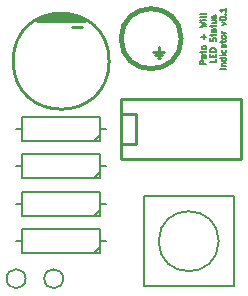
<source format=gto>
G04 (created by PCBNEW (2013-mar-25)-stable) date Monday, September 30, 2013 02:43:07 PM*
%MOIN*%
G04 Gerber Fmt 3.4, Leading zero omitted, Abs format*
%FSLAX34Y34*%
G01*
G70*
G90*
G04 APERTURE LIST*
%ADD10C,0.006*%
%ADD11C,0.005*%
%ADD12C,0.00984252*%
%ADD13C,0.008*%
%ADD14C,0.015*%
%ADD15C,0.01*%
G04 APERTURE END LIST*
G54D10*
G54D11*
X55580Y-21833D02*
X55380Y-21833D01*
X55380Y-21757D01*
X55390Y-21738D01*
X55400Y-21728D01*
X55419Y-21719D01*
X55447Y-21719D01*
X55466Y-21728D01*
X55476Y-21738D01*
X55485Y-21757D01*
X55485Y-21833D01*
X55580Y-21547D02*
X55476Y-21547D01*
X55457Y-21557D01*
X55447Y-21576D01*
X55447Y-21614D01*
X55457Y-21633D01*
X55571Y-21547D02*
X55580Y-21566D01*
X55580Y-21614D01*
X55571Y-21633D01*
X55552Y-21642D01*
X55533Y-21642D01*
X55514Y-21633D01*
X55504Y-21614D01*
X55504Y-21566D01*
X55495Y-21547D01*
X55447Y-21480D02*
X55447Y-21404D01*
X55380Y-21452D02*
X55552Y-21452D01*
X55571Y-21442D01*
X55580Y-21423D01*
X55580Y-21404D01*
X55580Y-21309D02*
X55571Y-21328D01*
X55561Y-21338D01*
X55542Y-21347D01*
X55485Y-21347D01*
X55466Y-21338D01*
X55457Y-21328D01*
X55447Y-21309D01*
X55447Y-21280D01*
X55457Y-21261D01*
X55466Y-21252D01*
X55485Y-21242D01*
X55542Y-21242D01*
X55561Y-21252D01*
X55571Y-21261D01*
X55580Y-21280D01*
X55580Y-21309D01*
X55504Y-21004D02*
X55504Y-20852D01*
X55580Y-20928D02*
X55428Y-20928D01*
X55380Y-20623D02*
X55580Y-20576D01*
X55438Y-20538D01*
X55580Y-20499D01*
X55380Y-20452D01*
X55580Y-20376D02*
X55447Y-20376D01*
X55380Y-20376D02*
X55390Y-20385D01*
X55400Y-20376D01*
X55390Y-20366D01*
X55380Y-20376D01*
X55400Y-20376D01*
X55580Y-20252D02*
X55571Y-20271D01*
X55552Y-20280D01*
X55380Y-20280D01*
X55580Y-20147D02*
X55571Y-20166D01*
X55552Y-20176D01*
X55380Y-20176D01*
X55910Y-21676D02*
X55910Y-21771D01*
X55710Y-21771D01*
X55806Y-21609D02*
X55806Y-21542D01*
X55910Y-21514D02*
X55910Y-21609D01*
X55710Y-21609D01*
X55710Y-21514D01*
X55910Y-21428D02*
X55710Y-21428D01*
X55710Y-21380D01*
X55720Y-21352D01*
X55739Y-21333D01*
X55758Y-21323D01*
X55796Y-21314D01*
X55825Y-21314D01*
X55863Y-21323D01*
X55882Y-21333D01*
X55901Y-21352D01*
X55910Y-21380D01*
X55910Y-21428D01*
X55901Y-21085D02*
X55910Y-21057D01*
X55910Y-21009D01*
X55901Y-20990D01*
X55891Y-20980D01*
X55872Y-20971D01*
X55853Y-20971D01*
X55834Y-20980D01*
X55825Y-20990D01*
X55815Y-21009D01*
X55806Y-21047D01*
X55796Y-21066D01*
X55787Y-21076D01*
X55768Y-21085D01*
X55749Y-21085D01*
X55730Y-21076D01*
X55720Y-21066D01*
X55710Y-21047D01*
X55710Y-21000D01*
X55720Y-20971D01*
X55777Y-20914D02*
X55777Y-20838D01*
X55710Y-20885D02*
X55882Y-20885D01*
X55901Y-20876D01*
X55910Y-20857D01*
X55910Y-20838D01*
X55910Y-20685D02*
X55806Y-20685D01*
X55787Y-20695D01*
X55777Y-20714D01*
X55777Y-20752D01*
X55787Y-20771D01*
X55901Y-20685D02*
X55910Y-20704D01*
X55910Y-20752D01*
X55901Y-20771D01*
X55882Y-20780D01*
X55863Y-20780D01*
X55844Y-20771D01*
X55834Y-20752D01*
X55834Y-20704D01*
X55825Y-20685D01*
X55777Y-20619D02*
X55777Y-20542D01*
X55710Y-20590D02*
X55882Y-20590D01*
X55901Y-20580D01*
X55910Y-20561D01*
X55910Y-20542D01*
X55777Y-20390D02*
X55910Y-20390D01*
X55777Y-20476D02*
X55882Y-20476D01*
X55901Y-20466D01*
X55910Y-20447D01*
X55910Y-20419D01*
X55901Y-20399D01*
X55891Y-20390D01*
X55901Y-20304D02*
X55910Y-20285D01*
X55910Y-20247D01*
X55901Y-20228D01*
X55882Y-20219D01*
X55872Y-20219D01*
X55853Y-20228D01*
X55844Y-20247D01*
X55844Y-20276D01*
X55834Y-20295D01*
X55815Y-20304D01*
X55806Y-20304D01*
X55787Y-20295D01*
X55777Y-20276D01*
X55777Y-20247D01*
X55787Y-20228D01*
X56240Y-22004D02*
X56040Y-22004D01*
X56107Y-21909D02*
X56240Y-21909D01*
X56126Y-21909D02*
X56117Y-21900D01*
X56107Y-21880D01*
X56107Y-21852D01*
X56117Y-21833D01*
X56136Y-21823D01*
X56240Y-21823D01*
X56240Y-21642D02*
X56040Y-21642D01*
X56231Y-21642D02*
X56240Y-21661D01*
X56240Y-21700D01*
X56231Y-21719D01*
X56221Y-21728D01*
X56202Y-21738D01*
X56145Y-21738D01*
X56126Y-21728D01*
X56117Y-21719D01*
X56107Y-21700D01*
X56107Y-21661D01*
X56117Y-21642D01*
X56240Y-21547D02*
X56107Y-21547D01*
X56040Y-21547D02*
X56050Y-21557D01*
X56060Y-21547D01*
X56050Y-21538D01*
X56040Y-21547D01*
X56060Y-21547D01*
X56231Y-21366D02*
X56240Y-21385D01*
X56240Y-21423D01*
X56231Y-21442D01*
X56221Y-21452D01*
X56202Y-21461D01*
X56145Y-21461D01*
X56126Y-21452D01*
X56117Y-21442D01*
X56107Y-21423D01*
X56107Y-21385D01*
X56117Y-21366D01*
X56240Y-21195D02*
X56136Y-21195D01*
X56117Y-21204D01*
X56107Y-21223D01*
X56107Y-21261D01*
X56117Y-21280D01*
X56231Y-21195D02*
X56240Y-21214D01*
X56240Y-21261D01*
X56231Y-21280D01*
X56212Y-21290D01*
X56193Y-21290D01*
X56174Y-21280D01*
X56164Y-21261D01*
X56164Y-21214D01*
X56155Y-21195D01*
X56107Y-21128D02*
X56107Y-21052D01*
X56040Y-21100D02*
X56212Y-21100D01*
X56231Y-21090D01*
X56240Y-21071D01*
X56240Y-21052D01*
X56240Y-20957D02*
X56231Y-20976D01*
X56221Y-20985D01*
X56202Y-20995D01*
X56145Y-20995D01*
X56126Y-20985D01*
X56117Y-20976D01*
X56107Y-20957D01*
X56107Y-20928D01*
X56117Y-20909D01*
X56126Y-20900D01*
X56145Y-20890D01*
X56202Y-20890D01*
X56221Y-20900D01*
X56231Y-20909D01*
X56240Y-20928D01*
X56240Y-20957D01*
X56240Y-20804D02*
X56107Y-20804D01*
X56145Y-20804D02*
X56126Y-20795D01*
X56117Y-20785D01*
X56107Y-20766D01*
X56107Y-20747D01*
X56107Y-20547D02*
X56240Y-20500D01*
X56107Y-20452D01*
X56040Y-20338D02*
X56040Y-20319D01*
X56050Y-20300D01*
X56060Y-20290D01*
X56079Y-20280D01*
X56117Y-20271D01*
X56164Y-20271D01*
X56202Y-20280D01*
X56221Y-20290D01*
X56231Y-20300D01*
X56240Y-20319D01*
X56240Y-20338D01*
X56231Y-20357D01*
X56221Y-20366D01*
X56202Y-20376D01*
X56164Y-20385D01*
X56117Y-20385D01*
X56079Y-20376D01*
X56060Y-20366D01*
X56050Y-20357D01*
X56040Y-20338D01*
X56221Y-20185D02*
X56231Y-20176D01*
X56240Y-20185D01*
X56231Y-20195D01*
X56221Y-20185D01*
X56240Y-20185D01*
X56240Y-19985D02*
X56240Y-20099D01*
X56240Y-20042D02*
X56040Y-20042D01*
X56069Y-20061D01*
X56088Y-20080D01*
X56098Y-20099D01*
G54D12*
X53812Y-21434D02*
X54187Y-21434D01*
X53887Y-21546D02*
X54112Y-21546D01*
X54000Y-21265D02*
X54000Y-21434D01*
X54037Y-21659D02*
X53962Y-21659D01*
G54D11*
X56000Y-27750D02*
G75*
G03X56000Y-27750I-1000J0D01*
G74*
G01*
X53500Y-26250D02*
X56500Y-26250D01*
X56500Y-26250D02*
X56500Y-29250D01*
X56500Y-29250D02*
X53500Y-29250D01*
X53500Y-26250D02*
X53500Y-29250D01*
G54D13*
X52250Y-25250D02*
X52050Y-25250D01*
X49250Y-25250D02*
X49450Y-25250D01*
X49450Y-25250D02*
X49450Y-25650D01*
X49450Y-25650D02*
X52050Y-25650D01*
X52050Y-25650D02*
X52050Y-24850D01*
X52050Y-24850D02*
X49450Y-24850D01*
X49450Y-24850D02*
X49450Y-25250D01*
X52050Y-25450D02*
X51850Y-25650D01*
X52250Y-24000D02*
X52050Y-24000D01*
X49250Y-24000D02*
X49450Y-24000D01*
X49450Y-24000D02*
X49450Y-24400D01*
X49450Y-24400D02*
X52050Y-24400D01*
X52050Y-24400D02*
X52050Y-23600D01*
X52050Y-23600D02*
X49450Y-23600D01*
X49450Y-23600D02*
X49450Y-24000D01*
X52050Y-24200D02*
X51850Y-24400D01*
X52250Y-26500D02*
X52050Y-26500D01*
X49250Y-26500D02*
X49450Y-26500D01*
X49450Y-26500D02*
X49450Y-26900D01*
X49450Y-26900D02*
X52050Y-26900D01*
X52050Y-26900D02*
X52050Y-26100D01*
X52050Y-26100D02*
X49450Y-26100D01*
X49450Y-26100D02*
X49450Y-26500D01*
X52050Y-26700D02*
X51850Y-26900D01*
X52250Y-27750D02*
X52050Y-27750D01*
X49250Y-27750D02*
X49450Y-27750D01*
X49450Y-27750D02*
X49450Y-28150D01*
X49450Y-28150D02*
X52050Y-28150D01*
X52050Y-28150D02*
X52050Y-27350D01*
X52050Y-27350D02*
X49450Y-27350D01*
X49450Y-27350D02*
X49450Y-27750D01*
X52050Y-27950D02*
X51850Y-28150D01*
G54D14*
X54750Y-21000D02*
G75*
G03X54750Y-21000I-1000J0D01*
G74*
G01*
G54D15*
X51550Y-20400D02*
X49950Y-20400D01*
X49950Y-20400D02*
X50100Y-20350D01*
X50100Y-20350D02*
X51400Y-20350D01*
X51400Y-20350D02*
X51550Y-20400D01*
X52350Y-21750D02*
G75*
G03X52350Y-21750I-1600J0D01*
G74*
G01*
X51100Y-20600D02*
X51450Y-20600D01*
X51150Y-20200D02*
X50350Y-20200D01*
X50350Y-20250D02*
X51150Y-20250D01*
X50150Y-20300D02*
X51350Y-20300D01*
X52750Y-23500D02*
X53250Y-23500D01*
X53250Y-23500D02*
X53250Y-24500D01*
X53250Y-24500D02*
X52750Y-24500D01*
X52750Y-23000D02*
X56750Y-23000D01*
X56750Y-23000D02*
X56750Y-25000D01*
X56750Y-25000D02*
X52750Y-25000D01*
X52750Y-25000D02*
X52750Y-23000D01*
G54D11*
X49566Y-29000D02*
G75*
G03X49566Y-29000I-316J0D01*
G74*
G01*
X50816Y-29000D02*
G75*
G03X50816Y-29000I-316J0D01*
G74*
G01*
M02*

</source>
